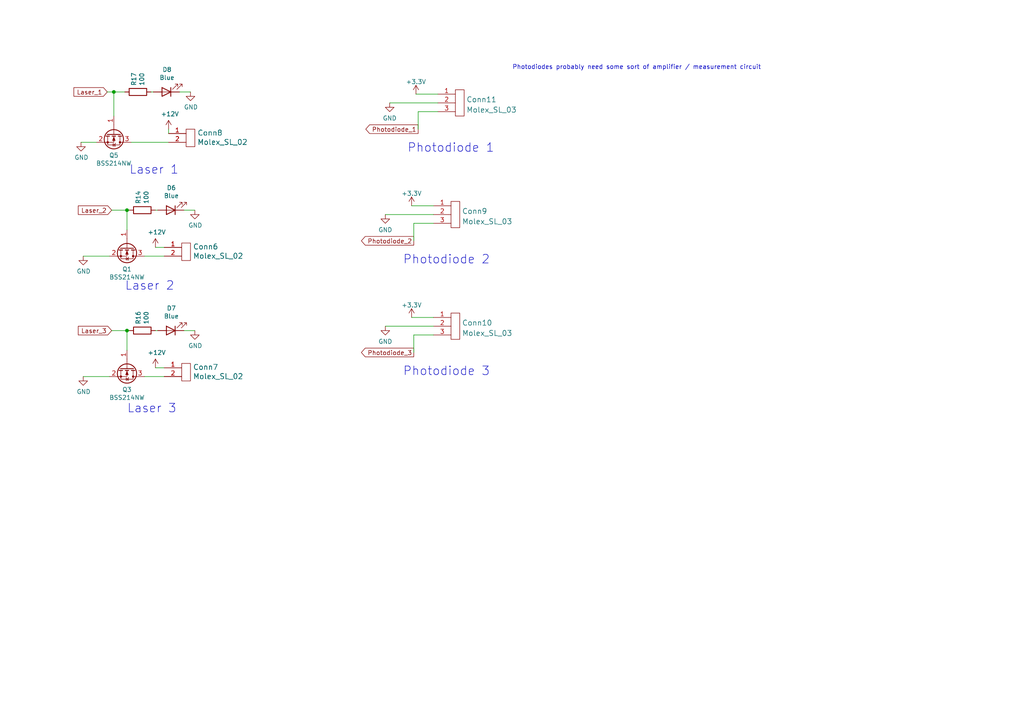
<source format=kicad_sch>
(kicad_sch (version 20211123) (generator eeschema)
  (paper "A4")
  (lib_symbols
    (symbol "Device:LED" (pin_numbers hide) (pin_names (offset 1.016) hide)
      (property "Reference" "D" (at 0 2.54 0))
      (property "Value" "LED" (at 0 -2.54 0))
      (symbol "LED_0_1"
        (polyline (pts (xy -1.27 -1.27) (xy -1.27 1.27)) (stroke (width 0.254)))
        (polyline (pts (xy -1.27 0) (xy 1.27 0)))
        (polyline (pts (xy 1.27 -1.27) (xy 1.27 1.27) (xy -1.27 0) (xy 1.27 -1.27)) (stroke (width 0.254)))
        (polyline (pts (xy -3.048 -0.762) (xy -4.572 -2.286) (xy -3.81 -2.286) (xy -4.572 -2.286) (xy -4.572 -1.524)))
        (polyline (pts (xy -1.778 -0.762) (xy -3.302 -2.286) (xy -2.54 -2.286) (xy -3.302 -2.286) (xy -3.302 -1.524)))
      )
      (symbol "LED_1_1"
        (pin passive line (at -3.81 0 0) (length 2.54) (name "K") (number "1"))
        (pin passive line (at 3.81 0 180) (length 2.54) (name "A") (number "2"))
      )
    )
    (symbol "Device:R" (pin_numbers hide) (pin_names (offset 0))
      (property "Reference" "R" (at 2.032 0 90))
      (property "Value" "R" (at 0 0 90))
      (symbol "R_0_1"
        (rectangle (start -1.016 -2.54) (end 1.016 2.54) (stroke (width 0.254)))
      )
      (symbol "R_1_1"
        (pin passive line (at 0 3.81 270) (length 1.27) (name "~") (number "1"))
        (pin passive line (at 0 -3.81 90) (length 1.27) (name "~") (number "2"))
      )
    )
    (symbol "MRDT_Connectors:Molex_SL_02" (pin_names (offset 1.016))
      (property "Reference" "Conn" (at 3.81 -1.27 0))
      (property "Value" "Molex_SL_02" (at 1.27 6.35 0))
      (symbol "Molex_SL_02_0_1"
        (rectangle (start 0 5.08) (end 2.54 0))
      )
      (symbol "Molex_SL_02_1_1"
        (pin input line (at -5.08 3.81 0) (length 5.08) (name "~") (number "1"))
        (pin input line (at -5.08 1.27 0) (length 5.08) (name "~") (number "2"))
      )
    )
    (symbol "MRDT_Connectors:Molex_SL_03" (pin_names (offset 1.016))
      (property "Reference" "Conn" (at 3.81 -1.27 0))
      (property "Value" "Molex_SL_03" (at 1.27 8.89 0))
      (symbol "Molex_SL_03_0_1"
        (rectangle (start 0 7.62) (end 2.54 0))
      )
      (symbol "Molex_SL_03_1_1"
        (pin input line (at -5.08 6.35 0) (length 5.08) (name "~") (number "1"))
        (pin input line (at -5.08 3.81 0) (length 5.08) (name "~") (number "2"))
        (pin input line (at -5.08 1.27 0) (length 5.08) (name "~") (number "3"))
      )
    )
    (symbol "Transistor_FET:BSS214NW" (pin_names hide)
      (property "Reference" "Q" (at 5.08 1.905 0))
      (property "Value" "BSS214NW" (at 5.08 0 0))
      (symbol "BSS214NW_0_1"
        (polyline (pts (xy 0.254 0) (xy -2.54 0)))
        (polyline (pts (xy 0.254 1.905) (xy 0.254 -1.905)) (stroke (width 0.254)))
        (polyline (pts (xy 0.762 -1.27) (xy 0.762 -2.286)) (stroke (width 0.254)))
        (polyline (pts (xy 0.762 0.508) (xy 0.762 -0.508)) (stroke (width 0.254)))
        (polyline (pts (xy 0.762 2.286) (xy 0.762 1.27)) (stroke (width 0.254)))
        (polyline (pts (xy 2.54 2.54) (xy 2.54 1.778)))
        (polyline (pts (xy 2.54 -2.54) (xy 2.54 0) (xy 0.762 0)))
        (polyline (pts (xy 0.762 -1.778) (xy 3.302 -1.778) (xy 3.302 1.778) (xy 0.762 1.778)))
        (polyline (pts (xy 1.016 0) (xy 2.032 0.381) (xy 2.032 -0.381) (xy 1.016 0)) (fill (type outline)))
        (polyline (pts (xy 2.794 0.508) (xy 2.921 0.381) (xy 3.683 0.381) (xy 3.81 0.254)))
        (polyline (pts (xy 3.302 0.381) (xy 2.921 -0.254) (xy 3.683 -0.254) (xy 3.302 0.381)))
        (circle (center 1.651 0) (radius 2.794) (stroke (width 0.254)))
        (circle (center 2.54 -1.778) (radius 0.254) (fill (type outline)))
        (circle (center 2.54 1.778) (radius 0.254) (fill (type outline)))
      )
      (symbol "BSS214NW_1_1"
        (pin input line (at -5.08 0 0) (length 2.54) (name "G") (number "1"))
        (pin passive line (at 2.54 -5.08 90) (length 2.54) (name "S") (number "2"))
        (pin passive line (at 2.54 5.08 270) (length 2.54) (name "D") (number "3"))
      )
    )
    (symbol "power:+12V" (power) (pin_names (offset 0))
      (property "Value" "+12V" (at 0 3.556 0))
      (symbol "+12V_0_1"
        (polyline (pts (xy -0.762 1.27) (xy 0 2.54)))
        (polyline (pts (xy 0 0) (xy 0 2.54)))
        (polyline (pts (xy 0 2.54) (xy 0.762 1.27)))
      )
      (symbol "+12V_1_1"
        (pin power_in line (at 0 0 90) (length 0) hide (name "+12V") (number "1"))
      )
    )
    (symbol "power:+3.3V" (power) (pin_names (offset 0))
      (property "Value" "+3.3V" (at 0 3.556 0))
      (symbol "+3.3V_0_1"
        (polyline (pts (xy -0.762 1.27) (xy 0 2.54)))
        (polyline (pts (xy 0 0) (xy 0 2.54)))
        (polyline (pts (xy 0 2.54) (xy 0.762 1.27)))
      )
      (symbol "+3.3V_1_1"
        (pin power_in line (at 0 0 90) (length 0) hide (name "+3.3V") (number "1"))
      )
    )
    (symbol "power:GND" (power) (pin_names (offset 0))
      (property "Value" "GND" (at 0 -3.81 0))
      (symbol "GND_0_1"
        (polyline (pts (xy 0 0) (xy 0 -1.27) (xy 1.27 -1.27) (xy 0 -2.54) (xy -1.27 -1.27) (xy 0 -1.27)))
      )
      (symbol "GND_1_1"
        (pin power_in line (at 0 0 270) (length 0) hide (name "GND") (number "1"))
      )
    )
  )
  (junction (at 36.83 60.96))
  (junction (at 36.83 95.885))
  (junction (at 33.02 26.67))
  (wire (pts (xy 38.1 41.275) (xy 48.895 41.275)))
  (wire (pts (xy 53.34 60.96) (xy 56.515 60.96)))
  (wire (pts (xy 31.115 26.67) (xy 33.02 26.67)))
  (wire (pts (xy 120.015 97.155) (xy 125.73 97.155)))
  (wire (pts (xy 45.085 106.68) (xy 47.625 106.68)))
  (wire (pts (xy 55.245 26.67) (xy 52.07 26.67)))
  (wire (pts (xy 113.03 29.845) (xy 127 29.845)))
  (wire (pts (xy 33.02 26.67) (xy 36.195 26.67)))
  (wire (pts (xy 120.65 27.305) (xy 127 27.305)))
  (wire (pts (xy 53.34 95.885) (xy 56.515 95.885)))
  (wire (pts (xy 23.495 41.275) (xy 27.94 41.275)))
  (wire (pts (xy 36.83 60.96) (xy 36.83 66.675)))
  (wire (pts (xy 45.085 95.885) (xy 45.72 95.885)))
  (wire (pts (xy 119.38 59.69) (xy 125.73 59.69)))
  (wire (pts (xy 36.83 95.885) (xy 37.465 95.885)))
  (wire (pts (xy 45.085 71.755) (xy 47.625 71.755)))
  (wire (pts (xy 33.02 26.67) (xy 33.02 33.655)))
  (wire (pts (xy 41.91 109.22) (xy 47.625 109.22)))
  (wire (pts (xy 121.285 32.385) (xy 127 32.385)))
  (wire (pts (xy 41.91 74.295) (xy 47.625 74.295)))
  (wire (pts (xy 24.13 109.22) (xy 31.75 109.22)))
  (wire (pts (xy 36.83 95.885) (xy 36.83 101.6)))
  (wire (pts (xy 24.13 74.295) (xy 31.75 74.295)))
  (wire (pts (xy 32.385 95.885) (xy 36.83 95.885)))
  (wire (pts (xy 32.385 60.96) (xy 36.83 60.96)))
  (wire (pts (xy 120.015 64.77) (xy 125.73 64.77)))
  (wire (pts (xy 119.38 92.075) (xy 125.73 92.075)))
  (wire (pts (xy 48.895 37.465) (xy 48.895 38.735)))
  (wire (pts (xy 45.085 60.96) (xy 45.72 60.96)))
  (wire (pts (xy 111.76 62.23) (xy 125.73 62.23)))
  (wire (pts (xy 44.45 26.67) (xy 43.815 26.67)))
  (wire (pts (xy 36.83 60.96) (xy 37.465 60.96)))
  (wire (pts (xy 111.76 94.615) (xy 125.73 94.615)))
  (wire (pts (xy 120.015 64.77) (xy 120.015 69.85)))
  (wire (pts (xy 121.285 32.385) (xy 121.285 37.465)))
  (wire (pts (xy 120.015 97.155) (xy 120.015 102.235)))
  (text "Laser 2" (at 36.195 84.455 0) (effects (font (size 2.4892 2.4892)) (justify left bottom)))
  (text "Photodiodes probably need some sort of amplifier / measurement circuit" (at 148.59 20.32 0) (effects (font (size 1.27 1.27)) (justify left bottom)))
  (text "Laser 1" (at 37.465 50.8 0) (effects (font (size 2.4892 2.4892)) (justify left bottom)))
  (text "Photodiode 3" (at 116.84 109.22 0) (effects (font (size 2.5 2.5)) (justify left bottom)))
  (text "Photodiode 1" (at 118.11 44.45 0) (effects (font (size 2.5 2.5)) (justify left bottom)))
  (text "Photodiode 2" (at 116.84 76.835 0) (effects (font (size 2.5 2.5)) (justify left bottom)))
  (text "Laser 3" (at 36.83 120.015 0) (effects (font (size 2.4892 2.4892)) (justify left bottom)))
  (global_label "Photodiode_2" (shape output) (at 120.015 69.85 180) (property "Intersheet References" "${INTERSHEET_REFS}" (effects hide)))
  (global_label "Photodiode_3" (shape output) (at 120.015 102.235 180) (property "Intersheet References" "${INTERSHEET_REFS}" (effects hide)))
  (global_label "Photodiode_1" (shape output) (at 121.285 37.465 180) (property "Intersheet References" "${INTERSHEET_REFS}" (effects hide)))
  (global_label "Laser_2" (shape input) (at 32.385 60.96 180) (property "Intersheet References" "${INTERSHEET_REFS}" (effects hide)))
  (global_label "Laser_1" (shape input) (at 31.115 26.67 180) (property "Intersheet References" "${INTERSHEET_REFS}" (effects hide)))
  (global_label "Laser_3" (shape input) (at 32.385 95.885 180) (property "Intersheet References" "${INTERSHEET_REFS}" (effects hide)))
  (symbol (lib_id "Transistor_FET:BSS214NW") (at 33.02 38.735 270) (unit 1)
    (property "Reference" "Q5" (at 33.02 45.0596 90))
    (property "Value" "BSS214NW" (at 33.02 47.371 90))
    (property "Footprint" "Package_TO_SOT_SMD:SOT-323_SC-70" (effects hide))
    (property "Datasheet" "https://www.infineon.com/dgdl/Infineon-BSS214NW-DS-v02_02-en.pdf?fileId=db3a30431b3e89eb011b695aebc01bde" (effects hide))
  )
  (symbol (lib_id "MRDT_Connectors:Molex_SL_02") (at 53.975 42.545 0) (unit 1)
    (property "Reference" "Conn8" (at 57.2262 38.5318 0) (effects (font (size 1.524 1.524)) (justify left)))
    (property "Value" "Molex_SL_02" (at 57.2262 41.2242 0) (effects (font (size 1.524 1.524)) (justify left)))
  )
  (symbol (lib_id "power:+12V") (at 48.895 37.465 0) (unit 1)
    (property "Reference" "#PWR046" (effects hide))
    (property "Value" "+12V" (at 49.276 33.0708 0))
  )
  (symbol (lib_id "power:GND") (at 23.495 41.275 0) (unit 1)
    (property "Reference" "#PWR049" (effects hide))
    (property "Value" "GND" (at 23.622 45.6692 0))
  )
  (symbol (lib_id "Device:R") (at 40.005 26.67 270) (unit 1)
    (property "Reference" "R17" (at 38.8366 24.892 0) (effects (justify right)))
    (property "Value" "100" (at 41.148 24.892 0) (effects (justify right)))
  )
  (symbol (lib_id "Device:LED") (at 48.26 26.67 180) (unit 1)
    (property "Reference" "D8" (at 48.4378 20.193 0))
    (property "Value" "Blue" (at 48.4378 22.5044 0))
  )
  (symbol (lib_id "power:GND") (at 55.245 26.67 0) (unit 1)
    (property "Reference" "#PWR052" (effects hide))
    (property "Value" "GND" (at 55.372 31.0642 0))
  )
  (symbol (lib_id "Transistor_FET:BSS214NW") (at 36.83 71.755 270) (unit 1)
    (property "Reference" "Q1" (at 36.83 78.0796 90))
    (property "Value" "BSS214NW" (at 36.83 80.391 90))
    (property "Footprint" "Package_TO_SOT_SMD:SOT-323_SC-70" (effects hide))
    (property "Datasheet" "https://www.infineon.com/dgdl/Infineon-BSS214NW-DS-v02_02-en.pdf?fileId=db3a30431b3e89eb011b695aebc01bde" (effects hide))
  )
  (symbol (lib_id "MRDT_Connectors:Molex_SL_02") (at 52.705 75.565 0) (unit 1)
    (property "Reference" "Conn6" (at 55.9562 71.5518 0) (effects (font (size 1.524 1.524)) (justify left)))
    (property "Value" "Molex_SL_02" (at 55.9562 74.2442 0) (effects (font (size 1.524 1.524)) (justify left)))
  )
  (symbol (lib_id "power:+12V") (at 45.085 71.755 0) (unit 1)
    (property "Reference" "#PWR044" (effects hide))
    (property "Value" "+12V" (at 45.466 67.3608 0))
  )
  (symbol (lib_id "power:GND") (at 24.13 74.295 0) (unit 1)
    (property "Reference" "#PWR047" (effects hide))
    (property "Value" "GND" (at 24.257 78.6892 0))
  )
  (symbol (lib_id "Device:R") (at 41.275 60.96 270) (unit 1)
    (property "Reference" "R14" (at 40.1066 59.182 0) (effects (justify right)))
    (property "Value" "100" (at 42.418 59.182 0) (effects (justify right)))
  )
  (symbol (lib_id "Device:LED") (at 49.53 60.96 180) (unit 1)
    (property "Reference" "D6" (at 49.7078 54.483 0))
    (property "Value" "Blue" (at 49.7078 56.7944 0))
  )
  (symbol (lib_id "power:GND") (at 56.515 60.96 0) (unit 1)
    (property "Reference" "#PWR050" (effects hide))
    (property "Value" "GND" (at 56.642 65.3542 0))
  )
  (symbol (lib_id "Transistor_FET:BSS214NW") (at 36.83 106.68 270) (unit 1)
    (property "Reference" "Q3" (at 36.83 113.0046 90))
    (property "Value" "BSS214NW" (at 36.83 115.316 90))
    (property "Footprint" "Package_TO_SOT_SMD:SOT-323_SC-70" (effects hide))
    (property "Datasheet" "https://www.infineon.com/dgdl/Infineon-BSS214NW-DS-v02_02-en.pdf?fileId=db3a30431b3e89eb011b695aebc01bde" (effects hide))
  )
  (symbol (lib_id "MRDT_Connectors:Molex_SL_02") (at 52.705 110.49 0) (unit 1)
    (property "Reference" "Conn7" (at 55.9562 106.4768 0) (effects (font (size 1.524 1.524)) (justify left)))
    (property "Value" "Molex_SL_02" (at 55.9562 109.1692 0) (effects (font (size 1.524 1.524)) (justify left)))
  )
  (symbol (lib_id "power:+12V") (at 45.085 106.68 0) (unit 1)
    (property "Reference" "#PWR045" (effects hide))
    (property "Value" "+12V" (at 45.466 102.2858 0))
  )
  (symbol (lib_id "power:GND") (at 24.13 109.22 0) (unit 1)
    (property "Reference" "#PWR048" (effects hide))
    (property "Value" "GND" (at 24.257 113.6142 0))
  )
  (symbol (lib_id "Device:R") (at 41.275 95.885 270) (unit 1)
    (property "Reference" "R16" (at 40.1066 94.107 0) (effects (justify right)))
    (property "Value" "100" (at 42.418 94.107 0) (effects (justify right)))
  )
  (symbol (lib_id "Device:LED") (at 49.53 95.885 180) (unit 1)
    (property "Reference" "D7" (at 49.7078 89.408 0))
    (property "Value" "Blue" (at 49.7078 91.7194 0))
  )
  (symbol (lib_id "power:GND") (at 56.515 95.885 0) (unit 1)
    (property "Reference" "#PWR051" (effects hide))
    (property "Value" "GND" (at 56.642 100.2792 0))
  )
  (symbol (lib_id "power:+3.3V") (at 119.38 59.69 0) (unit 1)
    (property "Reference" "#PWR056" (effects hide))
    (property "Value" "+3.3V" (at 119.38 56.1142 0))
  )
  (symbol (lib_id "power:+3.3V") (at 120.65 27.305 0) (unit 1)
    (property "Reference" "#PWR058" (effects hide))
    (property "Value" "+3.3V" (at 120.65 23.7292 0))
  )
  (symbol (lib_id "power:GND") (at 111.76 62.23 0) (unit 1)
    (property "Reference" "#PWR053" (effects hide))
    (property "Value" "GND" (at 111.76 66.6734 0))
  )
  (symbol (lib_id "MRDT_Connectors:Molex_SL_03") (at 132.08 33.655 0) (unit 1)
    (property "Reference" "Conn11" (at 135.255 28.8688 0) (effects (font (size 1.524 1.524)) (justify left)))
    (property "Value" "Molex_SL_03" (at 135.255 31.8622 0) (effects (font (size 1.524 1.524)) (justify left)))
  )
  (symbol (lib_id "power:GND") (at 111.76 94.615 0) (unit 1)
    (property "Reference" "#PWR054" (effects hide))
    (property "Value" "GND" (at 111.76 99.0584 0))
  )
  (symbol (lib_id "MRDT_Connectors:Molex_SL_03") (at 130.81 98.425 0) (unit 1)
    (property "Reference" "Conn10" (at 133.985 93.6388 0) (effects (font (size 1.524 1.524)) (justify left)))
    (property "Value" "Molex_SL_03" (at 133.985 96.6322 0) (effects (font (size 1.524 1.524)) (justify left)))
  )
  (symbol (lib_id "power:GND") (at 113.03 29.845 0) (unit 1)
    (property "Reference" "#PWR055" (effects hide))
    (property "Value" "GND" (at 113.03 34.2884 0))
  )
  (symbol (lib_id "MRDT_Connectors:Molex_SL_03") (at 130.81 66.04 0) (unit 1)
    (property "Reference" "Conn9" (at 133.985 61.2538 0) (effects (font (size 1.524 1.524)) (justify left)))
    (property "Value" "Molex_SL_03" (at 133.985 64.2472 0) (effects (font (size 1.524 1.524)) (justify left)))
  )
  (symbol (lib_id "power:+3.3V") (at 119.38 92.075 0) (unit 1)
    (property "Reference" "#PWR057" (effects hide))
    (property "Value" "+3.3V" (at 119.38 88.4992 0))
  )
)
</source>
